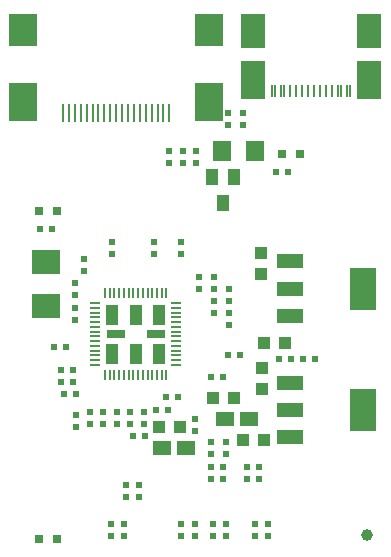
<source format=gbr>
%TF.GenerationSoftware,KiCad,Pcbnew,7.0.9-7.0.9~ubuntu22.04.1*%
%TF.CreationDate,2023-12-18T16:27:13+02:00*%
%TF.ProjectId,VGA2HDMI_Rev_C,56474132-4844-44d4-995f-5265765f432e,C*%
%TF.SameCoordinates,PX5f5e100PY7270e00*%
%TF.FileFunction,Paste,Top*%
%TF.FilePolarity,Positive*%
%FSLAX46Y46*%
G04 Gerber Fmt 4.6, Leading zero omitted, Abs format (unit mm)*
G04 Created by KiCad (PCBNEW 7.0.9-7.0.9~ubuntu22.04.1) date 2023-12-18 16:27:13*
%MOMM*%
%LPD*%
G01*
G04 APERTURE LIST*
%ADD10R,0.550000X0.500000*%
%ADD11C,1.000000*%
%ADD12R,2.400000X2.800000*%
%ADD13R,2.400000X3.200000*%
%ADD14R,0.230000X1.580000*%
%ADD15R,2.100000X3.200000*%
%ADD16R,2.100000X3.000000*%
%ADD17R,1.100000X2.200000*%
%ADD18R,1.100000X2.000000*%
%ADD19R,0.280000X1.130000*%
%ADD20R,0.230000X1.130000*%
%ADD21R,1.524000X1.270000*%
%ADD22R,0.500000X0.550000*%
%ADD23R,1.016000X1.016000*%
%ADD24R,2.235200X1.219200*%
%ADD25R,2.200000X3.600000*%
%ADD26R,1.000000X1.400000*%
%ADD27R,2.400000X2.100000*%
%ADD28R,0.211000X0.886000*%
%ADD29R,0.886000X0.211000*%
%ADD30R,1.000000X1.700000*%
%ADD31R,1.600000X0.800000*%
%ADD32R,0.800000X0.800000*%
%ADD33R,1.600000X1.800000*%
G04 APERTURE END LIST*
D10*
X18999000Y45197000D03*
X18999000Y46213000D03*
X17729000Y45197000D03*
X17729000Y46213000D03*
D11*
X29500000Y10500000D03*
D12*
X450000Y53200000D03*
D13*
X450000Y47150000D03*
D12*
X16150000Y53200000D03*
D13*
X16150000Y47150000D03*
D14*
X3800000Y46200000D03*
X4300000Y46200000D03*
X4800000Y46200000D03*
X5300000Y46200000D03*
X5800000Y46200000D03*
X6300000Y46200000D03*
X6800000Y46200000D03*
X7300000Y46200000D03*
X7800000Y46200000D03*
X8300000Y46200000D03*
X8800000Y46200000D03*
X9300000Y46200000D03*
X9800000Y46200000D03*
X10300000Y46200000D03*
X10800000Y46200000D03*
X11300000Y46200000D03*
X11800000Y46200000D03*
X12300000Y46200000D03*
X12800000Y46200000D03*
D15*
X19872400Y48970000D03*
X29727600Y48970000D03*
D16*
X19872400Y53150000D03*
X29727600Y53150000D03*
D17*
X19872400Y48970000D03*
X29727600Y48970000D03*
D18*
X19872400Y53150000D03*
X29727600Y53150000D03*
D19*
X28125000Y48068000D03*
X27325000Y48068000D03*
D20*
X26050000Y48068000D03*
X25050000Y48068000D03*
X24550000Y48068000D03*
X23550000Y48068000D03*
D19*
X22275000Y48068000D03*
X21475000Y48068000D03*
X21725000Y48068000D03*
X22525000Y48068000D03*
D20*
X23050000Y48068000D03*
X24050000Y48068000D03*
X25550000Y48068000D03*
X26550000Y48068000D03*
D19*
X27075000Y48068000D03*
X27875000Y48068000D03*
D10*
X9474000Y20940000D03*
X9474000Y19924000D03*
X17856000Y28306000D03*
X17856000Y29322000D03*
D21*
X14173000Y17892000D03*
X12141000Y17892000D03*
D10*
X4775000Y30846000D03*
X4775000Y31862000D03*
X4902000Y19670000D03*
X4902000Y20686000D03*
X10617000Y19924000D03*
X10617000Y20940000D03*
X13792000Y35291000D03*
X13792000Y34275000D03*
X8966000Y11415000D03*
X8966000Y10399000D03*
D22*
X4648000Y23480000D03*
X3632000Y23480000D03*
D21*
X19507000Y20305000D03*
X17475000Y20305000D03*
D23*
X16459000Y22083000D03*
X18237000Y22083000D03*
D24*
X23012200Y23378400D03*
D25*
X29210000Y21067000D03*
D24*
X23012200Y21067000D03*
X23012200Y18755600D03*
D10*
X17602000Y11415000D03*
X17602000Y10399000D03*
D22*
X4648000Y24496000D03*
X3632000Y24496000D03*
D26*
X18298000Y40836000D03*
X16398000Y40836000D03*
X17348000Y38636000D03*
D23*
X20777000Y18527000D03*
X18999000Y18527000D03*
D27*
X2362000Y33585000D03*
X2362000Y29885000D03*
D22*
X10744000Y18908000D03*
X9728000Y18908000D03*
D10*
X16586000Y31354000D03*
X16586000Y32370000D03*
D22*
X2870000Y36434000D03*
X1854000Y36434000D03*
X4013000Y26401000D03*
X2997000Y26401000D03*
D10*
X15062000Y42022000D03*
X15062000Y43038000D03*
X5537000Y32878000D03*
X5537000Y33894000D03*
X8331000Y19924000D03*
X8331000Y20940000D03*
X13792000Y11415000D03*
X13792000Y10399000D03*
X17856000Y30338000D03*
X17856000Y31354000D03*
D22*
X24079000Y25385000D03*
X25095000Y25385000D03*
D10*
X9093000Y14717000D03*
X9093000Y13701000D03*
X7950000Y34275000D03*
X7950000Y35291000D03*
D22*
X19380000Y15225000D03*
X20396000Y15225000D03*
X16332000Y15225000D03*
X17348000Y15225000D03*
D28*
X7350000Y24062500D03*
X7750000Y24062500D03*
X8150000Y24062500D03*
X8550000Y24062500D03*
X8950000Y24062500D03*
X9350000Y24062500D03*
X9750000Y24062500D03*
X10150000Y24062500D03*
X10550000Y24062500D03*
X10950000Y24062500D03*
X11350000Y24062500D03*
X11750000Y24062500D03*
X12150000Y24062500D03*
X12550000Y24062500D03*
D29*
X6512500Y24900000D03*
X13387500Y24900000D03*
X6512500Y25300000D03*
X13387500Y25300000D03*
X6512500Y25700000D03*
X13387500Y25700000D03*
D30*
X7950000Y25850000D03*
X9950000Y25850000D03*
X11950000Y25850000D03*
D29*
X6512500Y26100000D03*
X13387500Y26100000D03*
X6512500Y26500000D03*
X13387500Y26500000D03*
X6512500Y26900000D03*
X13387500Y26900000D03*
X6512500Y27300000D03*
X13387500Y27300000D03*
D31*
X8250000Y27500000D03*
X11650000Y27500000D03*
D29*
X6512500Y27700000D03*
X13387500Y27700000D03*
X6512500Y28100000D03*
X13387500Y28100000D03*
X6512500Y28500000D03*
X13387500Y28500000D03*
X6512500Y28900000D03*
X13387500Y28900000D03*
D30*
X7950000Y29150000D03*
X9950000Y29150000D03*
X11950000Y29150000D03*
D29*
X6512500Y29300000D03*
X13387500Y29300000D03*
X6512500Y29700000D03*
X13387500Y29700000D03*
X6512500Y30100000D03*
X13387500Y30100000D03*
D28*
X7350000Y30937500D03*
X7750000Y30937500D03*
X8150000Y30937500D03*
X8550000Y30937500D03*
X8950000Y30937500D03*
X9350000Y30937500D03*
X9750000Y30937500D03*
X10150000Y30937500D03*
X10550000Y30937500D03*
X10950000Y30937500D03*
X11350000Y30937500D03*
X11750000Y30937500D03*
X12150000Y30937500D03*
X12550000Y30937500D03*
D22*
X19380000Y16241000D03*
X20396000Y16241000D03*
D10*
X14935000Y19289000D03*
X14935000Y20305000D03*
D32*
X1727000Y10145000D03*
X3251000Y10145000D03*
D22*
X11633000Y21067000D03*
X12649000Y21067000D03*
D23*
X11887000Y19670000D03*
X13665000Y19670000D03*
D10*
X7823000Y11415000D03*
X7823000Y10399000D03*
X15316000Y31354000D03*
X15316000Y32370000D03*
X7188000Y20940000D03*
X7188000Y19924000D03*
X10236000Y14717000D03*
X10236000Y13701000D03*
D23*
X22555000Y26782000D03*
X20777000Y26782000D03*
X20523000Y32624000D03*
X20523000Y34402000D03*
D10*
X12776000Y42022000D03*
X12776000Y43038000D03*
D22*
X16332000Y16241000D03*
X17348000Y16241000D03*
X22047000Y25385000D03*
X23063000Y25385000D03*
D10*
X11506000Y34275000D03*
X11506000Y35291000D03*
X16332000Y17384000D03*
X16332000Y18400000D03*
D22*
X12522000Y22210000D03*
X13538000Y22210000D03*
D10*
X14935000Y11415000D03*
X14935000Y10399000D03*
X16459000Y11415000D03*
X16459000Y10399000D03*
D22*
X4902000Y22464000D03*
X3886000Y22464000D03*
D24*
X23012200Y33665400D03*
D25*
X29210000Y31354000D03*
D24*
X23012200Y31354000D03*
X23012200Y29042600D03*
D10*
X6045000Y20940000D03*
X6045000Y19924000D03*
X16586000Y29322000D03*
X16586000Y30338000D03*
X20015000Y11415000D03*
X20015000Y10399000D03*
D22*
X16332000Y23861000D03*
X17348000Y23861000D03*
D23*
X20650000Y22845000D03*
X20650000Y24623000D03*
D10*
X17602000Y17384000D03*
X17602000Y18400000D03*
D33*
X20018000Y43038000D03*
X17218000Y43038000D03*
D32*
X1727000Y37958000D03*
X3251000Y37958000D03*
D22*
X17729000Y25766000D03*
X18745000Y25766000D03*
D32*
X22301000Y42784000D03*
X23825000Y42784000D03*
D22*
X22809000Y41260000D03*
X21793000Y41260000D03*
D10*
X21158000Y11415000D03*
X21158000Y10399000D03*
X4775000Y29703000D03*
X4775000Y28687000D03*
X13919000Y42022000D03*
X13919000Y43038000D03*
M02*

</source>
